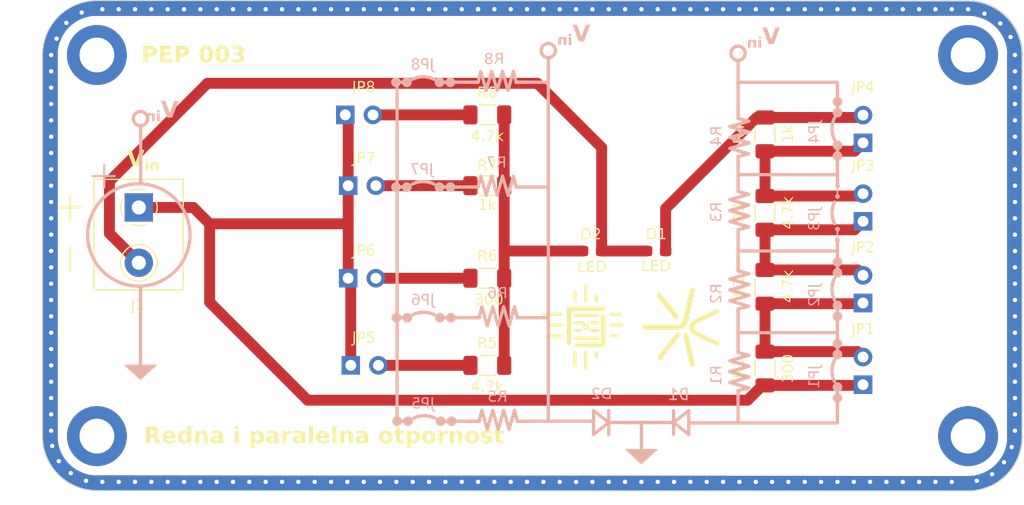
<source format=kicad_pcb>
(kicad_pcb (version 20241229) (generator "pcbnew") (generator_version "9.0")
  (layers (0 "F.Cu" signal) (2 "B.Cu" signal) (13 "F.Paste" user) (15 "B.Paste" user) (5 "F.SilkS" user "F.Silkscreen") (7 "B.SilkS" user "B.Silkscreen") (1 "F.Mask" user) (3 "B.Mask" user) (25 "Edge.Cuts" user))
  (net 0 "")
  (net 1 "0")
  (net 2 "9V")
  (footprint "PEP_library:R_smd" (layer "F.Cu") (at 144.85 78)
    (property "Reference" "R7" (at 0 -1.82 0) (layer "F.SilkS"))
    (property "Value" "1k" (at 0 1.82 0) (layer "F.SilkS"))
    (pad "1" smd roundrect (at -1.55 0) (size 1.3 1.75) (layers "F.Cu" "F.Mask" "F.Paste") (roundrect_rratio 0.192308))
    (pad "2" smd roundrect (at 1.55 0) (size 1.3 1.75) (layers "F.Cu" "F.Mask" "F.Paste") (roundrect_rratio 0.192308))
  )
  (footprint "PEP_library:R_smd" (layer "F.Cu") (at 144.85 94.5 180)
    (property "Reference" "R5" (at 0 2 0) (layer "F.SilkS"))
    (property "Value" "4.7k" (at 0 -2 0) (layer "F.SilkS"))
    (pad "1" smd roundrect (at -1.55 0 180) (size 1.3 1.75) (layers "F.Cu" "F.Mask" "F.Paste") (roundrect_rratio 0.192308))
    (pad "2" smd roundrect (at 1.55 0 180) (size 1.3 1.75) (layers "F.Cu" "F.Mask" "F.Paste") (roundrect_rratio 0.192308))
  )
  (footprint "Connector_PinHeader_2.54mm:PinHeader_1x02_P2.54mm_Vertical" (layer "F.Cu") (at 179.35 88.775 180)
    (property "Reference" "JP2" (at 0 5.0625 0) (layer "F.SilkS"))
    (property "Value" "Jumper" (hide yes))
    (pad "1" thru_hole rect (at 0 0 180) (size 1.7 1.7) (drill 1) (layers "*.Cu" "*.Mask"))
    (pad "2" thru_hole oval (at 0 2.54 180) (size 1.7 1.7) (drill 1) (layers "*.Cu" "*.Mask"))
  )
  (footprint "PEP_library:JP_silk_symbol" (layer "F.Cu") (at 139 90.125 -90)
    (property "Reference" "REF**" (hide yes))
    (property "Value" "JP_silk_symbol")
  )
  (footprint "PEP_library:R_silk_symbol" (layer "F.Cu") (at 167.875002 82.575)
    (property "Reference" "REF**" (hide yes))
    (property "Value" "R_silk_symbol")
  )
  (footprint "PEP_library:JP_silk_symbol" (layer "F.Cu") (at 139.0625 99.625 -90)
    (property "Reference" "REF**" (hide yes))
    (property "Value" "JP_silk_symbol")
  )
  (footprint "PEP_library:JP_silk_symbol" (layer "F.Cu") (at 177.000002 87.5)
    (property "Reference" "REF**" (hide yes))
    (property "Value" "JP_silk_symbol")
  )
  (footprint "Connector_PinHeader_2.54mm:PinHeader_1x02_P2.54mm_Vertical" (layer "F.Cu") (at 179.35 81.275 180)
    (property "Reference" "JP3" (at 0 5.0625 0) (layer "F.SilkS"))
    (property "Value" "Jumper" (hide yes))
    (pad "1" thru_hole rect (at 0 0 180) (size 1.7 1.7) (drill 1) (layers "*.Cu" "*.Mask"))
    (pad "2" thru_hole oval (at 0 2.54 180) (size 1.7 1.7) (drill 1) (layers "*.Cu" "*.Mask"))
  )
  (footprint "Connector_PinHeader_2.54mm:PinHeader_1x02_P2.54mm_Vertical" (layer "F.Cu") (at 132.075 78 90)
    (property "Reference" "JP7" (at 2.5 1.425 0) (layer "F.SilkS"))
    (property "Value" "Jumper")
    (pad "1" thru_hole rect (at 0 0 90) (size 1.7 1.7) (drill 1) (layers "*.Cu" "*.Mask") (net 2 "9V"))
    (pad "2" thru_hole oval (at 0 2.54 90) (size 1.7 1.7) (drill 1) (layers "*.Cu" "*.Mask"))
  )
  (footprint "PEP_library:R_silk_symbol" (layer "F.Cu") (at 140.85 90.125 90)
    (property "Reference" "REF**" (hide yes))
    (property "Value" "R_silk_symbol")
  )
  (footprint "PEP_library:JP_silk_symbol" (layer "F.Cu") (at 138.9625 78.125 -90)
    (property "Reference" "REF**" (hide yes))
    (property "Value" "JP_silk_symbol")
  )
  (footprint "Connector_PinHeader_2.54mm:PinHeader_1x02_P2.54mm_Vertical" (layer "F.Cu") (at 179.35 96.275 180)
    (property "Reference" "JP1" (at 0 5.0625 0) (layer "F.SilkS"))
    (property "Value" "Jumper" (hide yes))
    (pad "1" thru_hole rect (at 0 0 180) (size 1.7 1.7) (drill 1) (layers "*.Cu" "*.Mask") (net 2 "9V"))
    (pad "2" thru_hole oval (at 0 2.54 180) (size 1.7 1.7) (drill 1) (layers "*.Cu" "*.Mask"))
  )
  (footprint "PEP_library:R_smd" (layer "F.Cu") (at 144.85 86.5)
    (property "Reference" "R6" (at 0 -2 0) (layer "F.SilkS"))
    (property "Value" "300" (at 0.15 2 0) (layer "F.SilkS"))
    (pad "1" smd roundrect (at -1.55 0) (size 1.3 1.75) (layers "F.Cu" "F.Mask" "F.Paste") (roundrect_rratio 0.192308))
    (pad "2" smd roundrect (at 1.55 0) (size 1.3 1.75) (layers "F.Cu" "F.Mask" "F.Paste") (roundrect_rratio 0.192308))
  )
  (footprint "PEP_library:R_smd" (layer "F.Cu") (at 170.35 87.2875 90)
    (property "Reference" "R2" (at 0 -2.35 90) (layer "F.SilkS"))
    (property "Value" "4.7k" (at 0.0375 2.15 90) (layer "F.SilkS"))
    (pad "1" smd roundrect (at -1.55 0 90) (size 1.3 1.75) (layers "F.Cu" "F.Mask" "F.Paste") (roundrect_rratio 0.192308))
    (pad "2" smd roundrect (at 1.55 0 90) (size 1.3 1.75) (layers "F.Cu" "F.Mask" "F.Paste") (roundrect_rratio 0.192308))
  )
  (footprint "PEP_library:R_smd" (layer "F.Cu") (at 170.35 94.7875 90)
    (property "Reference" "R1" (at 0 -2.35 90) (layer "F.SilkS"))
    (property "Value" "300" (at 0 2.15 90) (layer "F.SilkS"))
    (pad "1" smd roundrect (at -1.55 0 90) (size 1.3 1.75) (layers "F.Cu" "F.Mask" "F.Paste") (roundrect_rratio 0.192308) (net 2 "9V"))
    (pad "2" smd roundrect (at 1.55 0 90) (size 1.3 1.75) (layers "F.Cu" "F.Mask" "F.Paste") (roundrect_rratio 0.192308))
  )
  (footprint "PEP_library:JP_silk_symbol" (layer "F.Cu") (at 177.000002 95)
    (property "Reference" "REF**" (hide yes))
    (property "Value" "JP_silk_symbol")
  )
  (footprint "PEP_library:R_silk_symbol" (layer "F.Cu") (at 140.85 99.625 90)
    (property "Reference" "REF**" (hide yes))
    (property "Value" "R_silk_symbol")
  )
  (footprint "PEP_library:R_silk_symbol" (layer "F.Cu") (at 140.75 68.5 90)
    (property "Reference" "REF**" (hide yes))
    (property "Value" "R_silk_symbol")
  )
  (footprint "Connector_PinHeader_2.54mm:PinHeader_1x02_P2.54mm_Vertical" (layer "F.Cu") (at 131.81 71.5 90)
    (property "Reference" "JP8" (at 2.5 1.69 0) (layer "F.SilkS"))
    (property "Value" "Jumper")
    (pad "1" thru_hole rect (at 0 0 90) (size 1.7 1.7) (drill 1) (layers "*.Cu" "*.Mask") (net 2 "9V"))
    (pad "2" thru_hole oval (at 0 2.54 90) (size 1.7 1.7) (drill 1) (layers "*.Cu" "*.Mask"))
  )
  (footprint "PEP_library:JP_silk_symbol" (layer "F.Cu") (at 177.000002 72.7875)
    (property "Reference" "REF**" (hide yes))
    (property "Value" "JP_silk_symbol")
  )
  (footprint "PEP_library:petnica_logo" (layer "F.Cu") (at 162.65 90.997401)
    (property "Reference" "G***" (hide yes))
    (property "Value" "LOGO" (hide yes))
  )
  (footprint "PEP_library:R_silk_symbol" (layer "F.Cu") (at 140.75 78.125 90)
    (property "Reference" "REF**" (hide yes))
    (property "Value" "R_silk_symbol")
  )
  (footprint "PEP_library:R_smd" (layer "F.Cu") (at 170.35 73.2875 90)
    (property "Reference" "R4" (at 0.0375 -2.35 90) (layer "F.SilkS"))
    (property "Value" "1k" (at 0.0375 2.15 90) (layer "F.SilkS"))
    (pad "1" smd roundrect (at -1.55 0 90) (size 1.3 1.75) (layers "F.Cu" "F.Mask" "F.Paste") (roundrect_rratio 0.192308))
    (pad "2" smd roundrect (at 1.55 0 90) (size 1.3 1.75) (layers "F.Cu" "F.Mask" "F.Paste") (roundrect_rratio 0.192308))
  )
  (footprint "Connector_PinHeader_2.54mm:PinHeader_1x02_P2.54mm_Vertical" (layer "F.Cu") (at 179.35 74.0625 180)
    (property "Reference" "JP4" (at 0 5.0625 0) (layer "F.SilkS"))
    (property "Value" "Jumper" (hide yes))
    (pad "1" thru_hole rect (at 0 0 180) (size 1.7 1.7) (drill 1) (layers "*.Cu" "*.Mask"))
    (pad "2" thru_hole oval (at 0 2.54 180) (size 1.7 1.7) (drill 1) (layers "*.Cu" "*.Mask"))
  )
  (footprint "PEP_library:R_silk_symbol" (layer "F.Cu") (at 167.875002 90.075)
    (property "Reference" "REF**" (hide yes))
    (property "Value" "R_silk_symbol")
  )
  (footprint "MountingHole:MountingHole_3.2mm_M3_ISO14580_Pad_TopBottom" (layer "F.Cu") (at 109 66)
    (property "Reference" "H2" (hide yes))
    (property "Value" "MountingHole")
    (pad "1" thru_hole circle (at 0 0) (size 3.6 3.6) (drill 3.2) (layers "*.Cu" "*.Mask"))
    (pad "1" connect circle (at 0 0) (size 5.5 5.5) (layers "F.Cu" "F.Mask"))
    (pad "1" connect circle (at 0 0) (size 5.5 5.5) (layers "B.Cu" "B.Mask"))
  )
  (footprint "PEP_library:TerminalBlock_Phoenix_MKDS-1,5-2-5.08_1x02_P5.08mm_Horizontal" (layer "F.Cu") (at 112.85 80 -90)
    (property "Reference" "J1" (at 9 0.1 0) (layer "F.SilkS"))
    (property "Value" "Screw_Terminal_01x02" (hide yes))
    (fp_text user "V_{in}\n" (at -3.5 1.1 0) (layer "F.SilkS") (effects (font (size 1.5 1.5) (thickness 0.3) (bold yes)) (justify left bottom)))
    (pad "1" thru_hole rect (at 0 0 270) (size 2.6 2.6) (drill 1.3) (layers "*.Cu" "*.Mask") (net 2 "9V"))
    (pad "2" thru_hole circle (at 5.08 0 270) (size 2.6 2.6) (drill 1.3) (layers "*.Cu" "*.Mask") (net 1 "0"))
  )
  (footprint "LED_SMD:LED_0603_1608Metric_Pad1.05x0.95mm_HandSolder" (layer "F.Cu") (at 154.475 84 180)
    (property "Reference" "D2" (at 0.125 1.5 0) (layer "F.SilkS"))
    (property "Value" "LED" (at 0 -1.5 0) (layer "F.SilkS"))
    (pad "1" smd roundrect (at -0.875 0 180) (size 1.05 0.95) (layers "F.Cu" "F.Mask" "F.Paste") (net 1 "0"))
    (pad "2" smd roundrect (at 0.875 0 180) (size 1.05 0.95) (layers "F.Cu" "F.Mask" "F.Paste"))
  )
  (footprint "Connector_PinHeader_2.54mm:PinHeader_1x02_P2.54mm_Vertical" (layer "F.Cu") (at 132.075 86.5 90)
    (property "Reference" "JP6" (at 2.5 1.425 0) (layer "F.SilkS"))
    (property "Value" "Jumper")
    (pad "1" thru_hole rect (at 0 0 90) (size 1.7 1.7) (drill 1) (layers "*.Cu" "*.Mask") (net 2 "9V"))
    (pad "2" thru_hole oval (at 0 2.54 90) (size 1.7 1.7) (drill 1) (layers "*.Cu" "*.Mask"))
  )
  (footprint "MountingHole:MountingHole_3.2mm_M3_ISO14580_Pad_TopBottom" (layer "F.Cu") (at 109 101 -90)
    (property "Reference" "H1" (hide yes))
    (property "Value" "MountingHole")
    (pad "1" thru_hole circle (at 0 0 270) (size 3.6 3.6) (drill 3.2) (layers "*.Cu" "*.Mask"))
    (pad "1" connect circle (at 0 0 270) (size 5.5 5.5) (layers "F.Cu" "F.Mask"))
    (pad "1" connect circle (at 0 0 270) (size 5.5 5.5) (layers "B.Cu" "B.Mask"))
  )
  (footprint "PEP_library:JP_silk_symbol" (layer "F.Cu") (at 177.000002 80.5)
    (property "Reference" "REF**" (hide yes))
    (property "Value" "JP_silk_symbol")
  )
  (footprint "PEP_library:R_smd" (layer "F.Cu") (at 144.85 71.5 180)
    (property "Reference" "R8" (at 0 2 0) (layer "F.SilkS"))
    (property "Value" "4.7k" (at 0 -2 0) (layer "F.SilkS"))
    (pad "1" smd roundrect (at -1.55 0 180) (size 1.3 1.75) (layers "F.Cu" "F.Mask" "F.Paste") (roundrect_rratio 0.192308))
    (pad "2" smd roundrect (at 1.55 0 180) (size 1.3 1.75) (layers "F.Cu" "F.Mask" "F.Paste") (roundrect_rratio 0.192308))
  )
  (footprint "MountingHole:MountingHole_3.2mm_M3_ISO14580_Pad_TopBottom" (layer "F.Cu") (at 189 66)
    (property "Reference" "H3" (hide yes))
    (property "Value" "MountingHole")
    (pad "1" thru_hole circle (at 0 0) (size 3.6 3.6) (drill 3.2) (layers "*.Cu" "*.Mask"))
    (pad "1" connect circle (at 0 0) (size 5.5 5.5) (layers "F.Cu" "F.Mask"))
    (pad "1" connect circle (at 0 0) (size 5.5 5.5) (layers "B.Cu" "B.Mask"))
  )
  (footprint "PEP_library:ele_petnica_logo" (layer "F.Cu") (at 153.9 90.975)
    (property "Reference" "REF**" (hide yes))
    (property "Value" "ele_petnica_logo" (hide yes))
  )
  (footprint "MountingHole:MountingHole_3.2mm_M3_ISO14580_Pad_TopBottom" (layer "F.Cu") (at 189 101)
    (property "Reference" "H4" (hide yes))
    (property "Value" "MountingHole")
    (pad "1" thru_hole circle (at 0 0) (size 3.6 3.6) (drill 3.2) (layers "*.Cu" "*.Mask"))
    (pad "1" connect circle (at 0 0) (size 5.5 5.5) (layers "F.Cu" "F.Mask"))
    (pad "1" connect circle (at 0 0) (size 5.5 5.5) (layers "B.Cu" "B.Mask"))
  )
  (footprint "Connector_PinHeader_2.54mm:PinHeader_1x02_P2.54mm_Vertical" (layer "F.Cu") (at 132.31 94.5 90)
    (property "Reference" "JP5" (at 2.5 1.19 0) (layer "F.SilkS"))
    (property "Value" "Jumper")
    (pad "1" thru_hole rect (at 0 0 90) (size 1.7 1.7) (drill 1) (layers "*.Cu" "*.Mask") (net 2 "9V"))
    (pad "2" thru_hole oval (at 0 2.54 90) (size 1.7 1.7) (drill 1) (layers "*.Cu" "*.Mask"))
  )
  (footprint "PEP_library:JP_silk_symbol" (layer "F.Cu") (at 138.9625 68.5 -90)
    (property "Reference" "REF**" (hide yes))
    (property "Value" "JP_silk_symbol")
  )
  (footprint "PEP_library:R_smd" (layer "F.Cu") (at 170.35 80.5 90)
    (property "Reference" "R3" (at 0 -2.35 90) (layer "F.SilkS"))
    (property "Value" "4.7k" (at 0 2.15 90) (layer "F.SilkS"))
    (pad "1" smd roundrect (at -1.55 0 90) (size 1.3 1.75) (layers "F.Cu" "F.Mask" "F.Paste") (roundrect_rratio 0.192308))
    (pad "2" smd roundrect (at 1.55 0 90) (size 1.3 1.75) (layers "F.Cu" "F.Mask" "F.Paste") (roundrect_rratio 0.192308))
  )
  (footprint "PEP_library:R_silk_symbol" (layer "F.Cu") (at 167.875002 75.2875)
    (property "Reference" "REF**" (hide yes))
    (property "Value" "R_silk_symbol")
  )
  (footprint "PEP_library:R_silk_symbol" (layer "F.Cu") (at 167.875002 68.575)
    (property "Reference" "REF**" (hide yes))
    (property "Value" "R_silk_symbol")
  )
  (footprint "LED_SMD:LED_0603_1608Metric_Pad1.05x0.95mm_HandSolder" (layer "F.Cu") (at 160.35 84)
    (property "Reference" "D1" (at 0 -1.5 0) (layer "F.SilkS"))
    (property "Value" "LED" (at 0 1.43 0) (layer "F.SilkS"))
    (pad "1" smd roundrect (at -0.875 0) (size 1.05 0.95) (layers "F.Cu" "F.Mask" "F.Paste") (net 1 "0"))
    (pad "2" smd roundrect (at 0.875 0) (size 1.05 0.95) (layers "F.Cu" "F.Mask" "F.Paste"))
  )
  (gr_line (start 189.000046 61.694) (end 108.777716 61.708011) (stroke (width 1.4)) (layer "F.Cu") (net 1))
  (gr_arc (start 193.3 101.04959) (mid 192.036477 104.099991) (end 188.98607 105.363521) (stroke (width 1.4)) (layer "F.Cu") (net 1))
  (gr_line (start 104.7 66) (end 104.7 101) (stroke (width 1.4)) (layer "F.Cu") (net 1))
  (gr_arc (start 104.695296 65.977715) (mid 105.949583 62.949583) (end 108.977716 61.695296) (stroke (width 1.4)) (layer "F.Cu") (net 1))
  (gr_line (start 109 105.3) (end 188.98607 105.363521) (stroke (width 1.4)) (layer "F.Cu") (net 1))
  (gr_arc (start 109 105.31393) (mid 105.949588 104.05041) (end 104.68607 100.999999) (stroke (width 1.4)) (layer "F.Cu") (net 1))
  (gr_arc (start 189.000046 61.694) (mid 192.04487 62.955184) (end 193.306046 65.999999) (stroke (width 1.4)) (layer "F.Cu") (net 1))
  (gr_line (start 193.286072 101.049591) (end 193.28607 66.049591) (stroke (width 1.4)) (layer "F.Cu") (net 1))
  (gr_line (start 189.000046 61.694) (end 108.777716 61.708011) (stroke (width 1.4)) (layer "B.Cu") (net 1))
  (gr_arc (start 104.695296 65.977715) (mid 105.949583 62.949583) (end 108.977716 61.695296) (stroke (width 1.4)) (layer "B.Cu") (net 1))
  (gr_arc (start 193.3 101.04959) (mid 192.036477 104.099991) (end 188.98607 105.363521) (stroke (width 1.4)) (layer "B.Cu") (net 1))
  (gr_arc (start 189.000046 61.694) (mid 192.04487 62.955184) (end 193.306046 65.999999) (stroke (width 1.4)) (layer "B.Cu") (net 1))
  (gr_line (start 109 105.3) (end 188.98607 105.363521) (stroke (width 1.4)) (layer "B.Cu") (net 1))
  (gr_line (start 104.7 66) (end 104.7 101) (stroke (width 1.4)) (layer "B.Cu") (net 1))
  (gr_arc (start 109 105.31393) (mid 105.949588 104.05041) (end 104.68607 100.999999) (stroke (width 1.4)) (layer "B.Cu") (net 1))
  (gr_line (start 193.286072 101.049591) (end 193.28607 66.049591) (stroke (width 1.4)) (layer "B.Cu") (net 1))
  (gr_line (start 177.004225 70.2875) (end 177.000002 68.7) (stroke (width 0.3)) (layer "B.SilkS"))
  (gr_poly (pts (xy 111.625 94.5) (xy 114.375 94.5) (xy 113 95.75)) (stroke (width 0.15)) (fill yes) (layer "B.SilkS"))
  (gr_line (start 167.875002 68.5) (end 167.875002 68.725) (stroke (width 0.3)) (layer "B.SilkS"))
  (gr_line (start 167.875002 76.9875) (end 177.000002 77) (stroke (width 0.3)) (layer "B.SilkS"))
  (gr_line (start 161.95 99.74638) (end 159.273982 99.75) (stroke (width 0.3)) (layer "B.SilkS"))
  (gr_line (start 113 87.3) (end 113 94.5) (stroke (width 0.3)) (layer "B.SilkS"))
  (gr_line (start 177.000002 68.7875) (end 177.000002 68.7875) (stroke (width 0.15)) (layer "B.SilkS"))
  (gr_line (start 113.025 72.525) (end 113.025 77.824148) (stroke (width 0.3)) (layer "B.SilkS"))
  (gr_line (start 163.35 100.84638) (end 163.35 98.64638) (stroke (width 0.3)) (layer "B.SilkS"))
  (gr_line (start 177.000002 68.7) (end 176.99947 68.500012) (stroke (width 0.15)) (layer "B.SilkS"))
  (gr_circle (center 113 71.8439) (end 112.375002 72.043511) (stroke (width 0.3)) (fill no) (layer "B.SilkS"))
  (gr_line (start 154.6 98.64638) (end 156 99.74638) (stroke (width 0.3)) (layer "B.SilkS"))
  (gr_circle (center 167.875002 65.8439) (end 167.250004 66.043511) (stroke (width 0.3)) (fill no) (layer "B.SilkS"))
  (gr_line (start 156 99.74638) (end 154.6 100.84638) (stroke (width 0.3)) (layer "B.SilkS"))
  (gr_line (start 168.000002 99.7875) (end 177.000002 99.7875) (stroke (width 0.3)) (layer "B.SilkS"))
  (gr_line (start 176.999998 74.7875) (end 176.999998 78) (stroke (width 0.3)) (layer "B.SilkS"))
  (gr_line (start 154.6 100.84638) (end 154.6 98.64638) (stroke (width 0.3)) (layer "B.SilkS"))
  (gr_line (start 167.875002 68.5) (end 168.150002 68.5) (stroke (width 0.3)) (layer "B.SilkS"))
  (gr_line (start 168.000002 91.5) (end 177.000002 91.5) (stroke (width 0.3)) (layer "B.SilkS"))
  (gr_circle (center 150.45 65.5939) (end 149.825002 65.793511) (stroke (width 0.3)) (fill no) (layer "B.SilkS"))
  (gr_line (start 176.999998 97.5) (end 177.000002 99.2875) (stroke (width 0.3)) (layer "B.SilkS"))
  (gr_line (start 176.150002 68.5) (end 168.150002 68.5) (stroke (width 0.3)) (layer "B.SilkS"))
  (gr_line (start 176.150002 68.5) (end 176.99947 68.500012) (stroke (width 0.3)) (layer "B.SilkS"))
  (gr_line (start 167.875002 66.5) (end 167.875002 68.75) (stroke (width 0.3)) (layer "B.SilkS"))
  (gr_line (start 157.15 99.75) (end 160.8 99.75) (stroke (width 0.3)) (layer "B.SilkS"))
  (gr_poly (pts (xy 157.625 102.25) (xy 160.375 102.25) (xy 159 103.5)) (stroke (width 0.15)) (fill yes) (layer "B.SilkS"))
  (gr_line (start 176.999998 83.145773) (end 177.004225 85.854227) (stroke (width 0.3)) (layer "B.SilkS"))
  (gr_line (start 167.875002 99.675) (end 168.000002 99.7875) (stroke (width 0.15)) (layer "B.SilkS"))
  (gr_line (start 156 100.84638) (end 156 98.64638) (stroke (width 0.3)) (layer "B.SilkS"))
  (gr_line (start 150.675 99.625) (end 154.6 99.625) (stroke (width 0.3)) (layer "B.SilkS"))
  (gr_line (start 161.95 99.74638) (end 163.35 100.84638) (stroke (width 0.3)) (layer "B.SilkS"))
  (gr_line (start 163.35 98.64638) (end 161.95 99.74638) (stroke (width 0.3)) (layer "B.SilkS"))
  (gr_line (start 164.5 99.7875) (end 167.875 99.7875) (stroke (width 0.3)) (layer "B.SilkS"))
  (gr_line (start 150.45 66.25) (end 150.45 68.5) (stroke (width 0.3)) (layer "B.SilkS"))
  (gr_line (start 177.000002 99.2875) (end 177.000002 99.7875) (stroke (width 0.3)) (layer "B.SilkS"))
  (gr_line (start 150.45 68.5) (end 150.45 99.625) (stroke (width 0.3)) (layer "B.SilkS"))
  (gr_line (start 168.000002 84) (end 177.000002 84) (stroke (width 0.3)) (layer "B.SilkS"))
  (gr_line (start 176.999998 90) (end 177.004225 92.5) (stroke (width 0.3)) (layer "B.SilkS"))
  (gr_line (start 156 99.74638) (end 158.676018 99.75) (stroke (width 0.3)) (layer "B.SilkS"))
  (gr_line (start 161.95 100.84638) (end 161.95 98.64638) (stroke (width 0.3)) (layer "B.SilkS"))
  (gr_line (start 167.875002 68.725) (end 167.875002 68.725) (stroke (width 0.15)) (layer "B.SilkS"))
  (gr_line (start 136.5625 68.77077) (end 136.5625 99.479222) (stroke (width 0.3)) (layer "B.SilkS"))
  (gr_line (start 159 99.75) (end 159 102.25) (stroke (width 0.3)) (layer "B.SilkS"))
  (gr_line (start 167.8375 99.7875) (end 163.35 99.7875) (stroke (width 0.3)) (layer "B.SilkS"))
  (gr_line (start 193.964466 101.035534) (end 193.964464 66.035534) (stroke (width 0.1)) (layer "Edge.Cuts"))
  (gr_arc (start 104 66) (mid 105.464467 62.464467) (end 109 61) (stroke (width 0.1)) (layer "Edge.Cuts"))
  (gr_arc (start 188.964466 61.035534) (mid 192.5 62.5) (end 193.964464 66.035534) (stroke (width 0.1)) (layer "Edge.Cuts"))
  (gr_line (start 104 66) (end 104 101) (stroke (width 0.1)) (layer "Edge.Cuts"))
  (gr_arc (start 193.964466 101.035534) (mid 192.5 104.571068) (end 188.964466 106.035534) (stroke (width 0.1)) (layer "Edge.Cuts"))
  (gr_line (start 109 106) (end 188.964466 106.035534) (stroke (width 0.1)) (layer "Edge.Cuts"))
  (gr_arc (start 109 106) (mid 105.464467 104.535533) (end 104 101) (stroke (width 0.1)) (layer "Edge.Cuts"))
  (gr_line (start 188.964466 61.035534) (end 109 61) (stroke (width 0.1)) (layer "Edge.Cuts"))
  (gr_text "PEP 003" (at 113.075 66.943989 0) (layer "F.SilkS") (effects (font (size 1.5 1.5) (thickness 0.3) (bold yes)) (justify left bottom)))
  (gr_text "Redna i paralelna otpornost" (at 113.3 101.925 0) (layer "F.SilkS") (effects (font (size 1.5 1.5) (thickness 0.3) (bold yes)) (justify left bottom)))
  (gr_text "JP5" (at 140 98.625 0) (layer "B.SilkS") (effects (font (size 1 1)) (justify left bottom mirror)))
  (gr_text "R2" (at 166.5 87 90) (layer "B.SilkS") (effects (font (size 1 1)) (justify left bottom mirror)))
  (gr_text "R1" (at 166.5 94.5 90) (layer "B.SilkS") (effects (font (size 1 1)) (justify left bottom mirror)))
  (gr_text "D1" (at 163.5 97.75 0) (layer "B.SilkS") (effects (font (size 1 1)) (justify left bottom mirror)))
  (gr_text "JP1" (at 175.5 94.5 90) (layer "B.SilkS") (effects (font (size 1 1)) (justify left bottom mirror)))
  (gr_text "JP6" (at 140 89.125 0) (layer "B.SilkS") (effects (font (size 1 1)) (justify left bottom mirror)))
  (gr_text "R6" (at 146.7125 88.5 0) (layer "B.SilkS") (effects (font (size 1 1)) (justify left bottom mirror)))
  (gr_text "R3" (at 166.5 79.5 90) (layer "B.SilkS") (effects (font (size 1 1)) (justify left bottom mirror)))
  (gr_text "R7" (at 146.6125 76.5 0) (layer "B.SilkS") (effects (font (size 1 1)) (justify left bottom mirror)))
  (gr_text "JP8" (at 139.9625 67.5 0) (layer "B.SilkS") (effects (font (size 1 1)) (justify left bottom mirror)))
  (gr_text "JP2" (at 175.5 87 90) (layer "B.SilkS") (effects (font (size 1 1)) (justify left bottom mirror)))
  (gr_text "JP4" (at 175.5 72 90) (layer "B.SilkS") (effects (font (size 1 1)) (justify left bottom mirror)))
  (gr_text "R4" (at 166.5 72.5 90) (layer "B.SilkS") (effects (font (size 1 1)) (justify left bottom mirror)))
  (gr_text "D2" (at 156.326018 97.75 0) (layer "B.SilkS") (effects (font (size 1 1)) (justify left bottom mirror)))
  (gr_text "V_{in}\n" (at 154.299998 65 0) (layer "B.SilkS") (effects (font (size 1.5 1.5) (thickness 0.3) (bold yes)) (justify left bottom mirror)))
  (gr_text "JP7" (at 139.9 77.125 0) (layer "B.SilkS") (effects (font (size 1 1)) (justify left bottom mirror)))
  (gr_text "R8" (at 146.4 67 0) (layer "B.SilkS") (effects (font (size 1 1)) (justify left bottom mirror)))
  (gr_text "JP3" (at 175.5 80 90) (layer "B.SilkS") (effects (font (size 1 1)) (justify left bottom mirror)))
  (gr_text "V_{in}\n" (at 116.5 72 0) (layer "B.SilkS") (effects (font (size 1.5 1.5) (thickness 0.3) (bold yes)) (justify left bottom mirror)))
  (gr_text "R5" (at 146.7125 98 0) (layer "B.SilkS") (effects (font (size 1 1)) (justify left bottom mirror)))
  (gr_text "V_{in}\n" (at 171.725 65.25 0) (layer "B.SilkS") (effects (font (size 1.5 1.5) (thickness 0.3) (bold yes)) (justify left bottom mirror)))
  (segment (start 170.35 85.7375) (end 170.35 82.05) (width 1) (layer "F.Cu") (net 0))
  (segment (start 170.35 74.8375) (end 178.575 74.8375) (width 1) (layer "F.Cu") (net 0))
  (segment (start 134.35 71.5) (end 143.3 71.5) (width 1) (layer "F.Cu") (net 0))
  (segment (start 178.575 74.8375) (end 179.35 74.0625) (width 1) (layer "F.Cu") (net 0))
  (segment (start 179.2875 88.8375) (end 179.35 88.775) (width 1) (layer "F.Cu") (net 0))
  (segment (start 179.135 71.7375) (end 179.35 71.5225) (width 1) (layer "F.Cu") (net 0))
  (segment (start 146.4 78) (end 146.4 84) (width 1) (layer "F.Cu") (net 0))
  (segment (start 170.35 71.7375) (end 174.85 71.7375) (width 1) (layer "F.Cu") (net 0))
  (segment (start 178.8525 93.2375) (end 179.35 93.735) (width 1) (layer "F.Cu") (net 0))
  (segment (start 170.35 78.95) (end 170.35 74.8375) (width 1) (layer "F.Cu") (net 0))
  (segment (start 170.35 78.95) (end 179.135 78.95) (width 1) (layer "F.Cu") (net 0))
  (segment (start 134.85 94.5) (end 143.3 94.5) (width 1) (layer "F.Cu") (net 0))
  (segment (start 146.4 71.5) (end 146.4 78) (width 1) (layer "F.Cu") (net 0))
  (segment (start 169.5875 71.7375) (end 161.225 80.1) (width 1) (layer "F.Cu") (net 0))
  (segment (start 178.575 82.05) (end 179.35 81.275) (width 1) (layer "F.Cu") (net 0))
  (segment (start 170.35 93.2375) (end 170.35 88.8375) (width 1) (layer "F.Cu") (net 0))
  (segment (start 174.85 71.7375) (end 169.5875 71.7375) (width 1) (layer "F.Cu") (net 0))
  (segment (start 179.135 78.95) (end 179.35 78.735) (width 1) (layer "F.Cu") (net 0))
  (segment (start 161.225 80.1) (end 161.225 84) (width 1) (layer "F.Cu") (net 0))
  (segment (start 170.35 93.2375) (end 178.8525 93.2375) (width 1) (layer "F.Cu") (net 0))
  (segment (start 146.4 84) (end 153.6 84) (width 1) (layer "F.Cu") (net 0))
  (segment (start 134.615 78) (end 143.3 78) (width 1) (layer "F.Cu") (net 0))
  (segment (start 170.35 85.7375) (end 178.8525 85.7375) (width 1) (layer "F.Cu") (net 0))
  (segment (start 170.35 88.8375) (end 179.2875 88.8375) (width 1) (layer "F.Cu") (net 0))
  (segment (start 134.615 86.5) (end 143.3 86.5) (width 1) (layer "F.Cu") (net 0))
  (segment (start 174.85 71.7375) (end 179.135 71.7375) (width 1) (layer "F.Cu") (net 0))
  (segment (start 146.4 84) (end 146.4 86.5) (width 1) (layer "F.Cu") (net 0))
  (segment (start 178.8525 85.7375) (end 179.35 86.235) (width 1) (layer "F.Cu") (net 0))
  (segment (start 170.35 82.05) (end 178.575 82.05) (width 1) (layer "F.Cu") (net 0))
  (segment (start 146.4 86.5) (end 146.4 94.5) (width 1) (layer "F.Cu") (net 0))
  (segment (start 110.15 77.6) (end 110.15 82.38) (width 1) (layer "F.Cu") (net 1))
  (segment (start 155.35 83.8) (end 155.55 84) (width 1) (layer "F.Cu") (net 1))
  (segment (start 155.55 84) (end 159.475 84) (width 1) (layer "F.Cu") (net 1))
  (segment (start 155.35 74.5) (end 155.35 83.8) (width 1) (layer "F.Cu") (net 1))
  (segment (start 112.85 85.08) (end 110.385 82.615) (width 1) (layer "F.Cu") (net 1))
  (segment (start 149.45 68.6) (end 155.35 74.5) (width 1) (layer "F.Cu") (net 1))
  (segment (start 155.35 84) (end 155.55 84) (width 1) (layer "F.Cu") (net 1))
  (segment (start 119.15 68.6) (end 149.45 68.6) (width 1) (layer "F.Cu") (net 1))
  (segment (start 110.15 77.6) (end 119.15 68.6) (width 1) (layer "F.Cu") (net 1))
  (segment (start 110.385 82.615) (end 110.15 82.38) (width 1) (layer "F.Cu") (net 1))
  (via (at 159 105.2) (size 0.8) (drill 0.4) (layers "F.Cu" "B.Cu") (net 1))
  (via (at 126 105.2) (size 0.8) (drill 0.4) (layers "F.Cu" "B.Cu") (net 1))
  (via (at 168 105.2) (size 0.8) (drill 0.4) (layers "F.Cu" "B.Cu") (net 1))
  (via (at 189 61.8) (size 0.8) (drill 0.4) (layers "F.Cu" "B.Cu") (net 1))
  (via (at 148.5 61.8) (size 0.8) (drill 0.4) (layers "F.Cu" "B.Cu") (net 1))
  (via (at 162 61.8) (size 0.8) (drill 0.4) (layers "F.Cu" "B.Cu") (net 1))
  (via (at 151.5 105.2) (size 0.8) (drill 0.4) (layers "F.Cu" "B.Cu") (net 1))
  (via (at 104.8 72) (size 0.8) (drill 0.4) (layers "F.Cu" "B.Cu") (net 1))
  (via (at 104.8 76.5) (size 0.8) (drill 0.4) (layers "F.Cu" "B.Cu") (net 1))
  (via (at 104.8 96) (size 0.8) (drill 0.4) (layers "F.Cu" "B.Cu") (net 1))
  (via (at 120 61.8) (size 0.8) (drill 0.4) (layers "F.Cu" "B.Cu") (net 1))
  (via (at 127.5 61.8) (size 0.8) (drill 0.4) (layers "F.Cu" "B.Cu") (net 1))
  (via (at 104.8 84) (size 0.8) (drill 0.4) (layers "F.Cu" "B.Cu") (net 1))
  (via (at 109.5 105.2) (size 0.8) (drill 0.4) (layers "F.Cu" "B.Cu") (net 1))
  (via (at 193.3 82.5) (size 0.8) (drill 0.4) (layers "F.Cu" "B.Cu") (net 1))
  (via (at 107.6 62.1) (size 0.8) (drill 0.4) (layers "F.Cu" "B.Cu") (net 1))
  (via (at 160.5 105.2) (size 0.8) (drill 0.4) (layers "F.Cu" "B.Cu") (net 1))
  (via (at 193.3 67.5) (size 0.8) (drill 0.4) (layers "F.Cu" "B.Cu") (net 1))
  (via (at 120 105.2) (size 0.8) (drill 0.4) (layers "F.Cu" "B.Cu") (net 1))
  (via (at 104.8 97.5) (size 0.8) (drill 0.4) (layers "F.Cu" "B.Cu") (net 1))
  (via (at 153 61.8) (size 0.8) (drill 0.4) (layers "F.Cu" "B.Cu") (net 1))
  (via (at 144 61.8) (size 0.8) (drill 0.4) (layers "F.Cu" "B.Cu") (net 1))
  (via (at 180 105.2) (size 0.8) (drill 0.4) (layers "F.Cu" "B.Cu") (net 1))
  (via (at 105.5 103.3) (size 0.8) (drill 0.4) (layers "F.Cu" "B.Cu") (net 1))
  (via (at 178.5 105.2) (size 0.8) (drill 0.4) (layers "F.Cu" "B.Cu") (net 1))
  (via (at 111 61.8) (size 0.8) (drill 0.4) (layers "F.Cu" "B.Cu") (net 1))
  (via (at 162 105.2) (size 0.8) (drill 0.4) (layers "F.Cu" "B.Cu") (net 1))
  (via (at 124.5 61.8) (size 0.8) (drill 0.4) (layers "F.Cu" "B.Cu") (net 1))
  (via (at 192.9 64.35) (size 0.8) (drill 0.4) (layers "F.Cu" "B.Cu") (net 1))
  (via (at 193.3 84) (size 0.8) (drill 0.4) (layers "F.Cu" "B.Cu") (net 1))
  (via (at 115.5 61.8) (size 0.8) (drill 0.4) (layers "F.Cu" "B.Cu") (net 1))
  (via (at 193.3 91.5) (size 0.8) (drill 0.4) (layers "F.Cu" "B.Cu") (net 1))
  (via (at 109.5 61.8) (size 0.8) (drill 0.4) (layers "F.Cu" "B.Cu") (net 1))
  (via (at 129 61.8) (size 0.8) (drill 0.4) (layers "F.Cu" "B.Cu") (net 1))
  (via (at 114 105.2) (size 0.8) (drill 0.4) (layers "F.Cu" "B.Cu") (net 1))
  (via (at 163.5 105.2) (size 0.8) (drill 0.4) (layers "F.Cu" "B.Cu") (net 1))
  (via (at 112.5 61.8) (size 0.8) (drill 0.4) (layers "F.Cu" "B.Cu") (net 1))
  (via (at 159 61.8) (size 0.8) (drill 0.4) (layers "F.Cu" "B.Cu") (net 1))
  (via (at 145.5 61.8) (size 0.8) (drill 0.4) (layers "F.Cu" "B.Cu") (net 1))
  (via (at 129 105.2) (size 0.8) (drill 0.4) (layers "F.Cu" "B.Cu") (net 1))
  (via (at 169.5 105.2) (size 0.8) (drill 0.4) (layers "F.Cu" "B.Cu") (net 1))
  (via (at 151.5 61.8) (size 0.8) (drill 0.4) (layers "F.Cu" "B.Cu") (net 1))
  (via (at 165 105.2) (size 0.8) (drill 0.4) (layers "F.Cu" "B.Cu") (net 1))
  (via (at 157.5 105.2) (size 0.8) (drill 0.4) (layers "F.Cu" "B.Cu") (net 1))
  (via (at 104.8 90) (size 0.8) (drill 0.4) (layers "F.Cu" "B.Cu") (net 1))
  (via (at 191.95 63.1) (size 0.8) (drill 0.4) (layers "F.Cu" "B.Cu") (net 1))
  (via (at 141 61.8) (size 0.8) (drill 0.4) (layers "F.Cu" "B.Cu") (net 1))
  (via (at 132 61.8) (size 0.8) (drill 0.4) (layers "F.Cu" "B.Cu") (net 1))
  (via (at 106.6 104.4) (size 0.8) (drill 0.4) (layers "F.Cu" "B.Cu") (net 1))
  (via (at 186 61.8) (size 0.8) (drill 0.4) (layers "F.Cu" "B.Cu") (net 1))
  (via (at 104.8 82.5) (size 0.8) (drill 0.4) (layers "F.Cu" "B.Cu") (net 1))
  (via (at 104.8 66) (size 0.8) (drill 0.4) (layers "F.Cu" "B.Cu") (net 1))
  (via (at 157.5 61.8) (size 0.8) (drill 0.4) (layers "F.Cu" "B.Cu") (net 1))
  (via (at 118.5 105.2) (size 0.8) (drill 0.4) (layers "F.Cu" "B.Cu") (net 1))
  (via (at 104.8 75) (size 0.8) (drill 0.4) (layers "F.Cu" "B.Cu") (net 1))
  (via (at 145.5 105.2) (size 0.8) (drill 0.4) (layers "F.Cu" "B.Cu") (net 1))
  (via (at 166.5 105.2) (size 0.8) (drill 0.4) (layers "F.Cu" "B.Cu") (net 1))
  (via (at 104.8 99) (size 0.8) (drill 0.4) (layers "F.Cu" "B.Cu") (net 1))
  (via (at 165 61.8) (size 0.8) (drill 0.4) (layers "F.Cu" "B.Cu") (net 1))
  (via (at 193.3 99) (size 0.8) (drill 0.4) (layers "F.Cu" "B.Cu") (net 1))
  (via (at 150 105.2) (size 0.8) (drill 0.4) (layers "F.Cu" "B.Cu") (net 1))
  (via (at 104.8 79.5) (size 0.8) (drill 0.4) (layers "F.Cu" "B.Cu") (net 1))
  (via (at 181.5 61.8) (size 0.8) (drill 0.4) (layers "F.Cu" "B.Cu") (net 1))
  (via (at 171 105.2) (size 0.8) (drill 0.4) (layers "F.Cu" "B.Cu") (net 1))
  (via (at 148.5 105.2) (size 0.8) (drill 0.4) (layers "F.Cu" "B.Cu") (net 1))
  (via (at 172.5 105.2) (size 0.8) (drill 0.4) (layers "F.Cu" "B.Cu") (net 1))
  (via (at 130.5 61.8) (size 0.8) (drill 0.4) (layers "F.Cu" "B.Cu") (net 1))
  (via (at 193.3 70.5) (size 0.8) (drill 0.4) (layers "F.Cu" "B.Cu") (net 1))
  (via (at 141 105.2) (size 0.8) (drill 0.4) (layers "F.Cu" "B.Cu") (net 1))
  (via (at 142.5 61.8) (size 0.8) (drill 0.4) (layers "F.Cu" "B.Cu") (net 1))
  (via (at 184.5 61.8) (size 0.8) (drill 0.4) (layers "F.Cu" "B.Cu") (net 1))
  (via (at 104.8 67.5) (size 0.8) (drill 0.4) (layers "F.Cu" "B.Cu") (net 1))
  (via (at 168 61.8) (size 0.8) (drill 0.4) (layers "F.Cu" "B.Cu") (net 1))
  (via (at 193.3 93) (size 0.8) (drill 0.4) (layers "F.Cu" "B.Cu") (net 1))
  (via (at 193.3 100.5) (size 0.8) (drill 0.4) (layers "F.Cu" "B.Cu") (net 1))
  (via (at 150 61.8) (size 0.8) (drill 0.4) (layers "F.Cu" "B.Cu") (net 1))
  (via (at 174 61.8) (size 0.8) (drill 0.4) (layers "F.Cu" "B.Cu") (net 1))
  (via (at 104.8 70.5) (size 0.8) (drill 0.4) (layers "F.Cu" "B.Cu") (net 1))
  (via (at 118.5 61.8) (size 0.8) (drill 0.4) (layers "F.Cu" "B.Cu") (net 1))
  (via (at 193.3 69) (size 0.8) (drill 0.4) (layers "F.Cu" "B.Cu") (net 1))
  (via (at 144 61.8) (size 0.8) (drill 0.4) (layers "F.Cu" "B.Cu") (net 1))
  (via (at 104.8 69) (size 0.8) (drill 0.4) (layers "F.Cu" "B.Cu") (net 1))
  (via (at 169.5 61.8) (size 0.8) (drill 0.4) (layers "F.Cu" "B.Cu") (net 1))
  (via (at 187.5 61.8) (size 0.8) (drill 0.4) (layers "F.Cu" "B.Cu") (net 1))
  (via (at 175.5 105.2) (size 0.8) (drill 0.4) (layers "F.Cu" "B.Cu") (net 1))
  (via (at 183 61.8) (size 0.8) (drill 0.4) (layers "F.Cu" "B.Cu") (net 1))
  (via (at 171 61.8) (size 0.8) (drill 0.4) (layers "F.Cu" "B.Cu") (net 1))
  (via (at 193.3 73.5) (size 0.8) (drill 0.4) (layers "F.Cu" "B.Cu") (net 1))
  (via (at 187.5 105.2) (size 0.8) (drill 0.4) (layers "F.Cu" "B.Cu") (net 1))
  (via (at 106.2 63.05) (size 0.8) (drill 0.4) (layers "F.Cu" "B.Cu") (net 1))
  (via (at 191.2 104.5) (size 0.8) (drill 0.4) (layers "F.Cu" "B.Cu") (net 1))
  (via (at 121.5 105.2) (size 0.8) (drill 0.4) (layers "F.Cu" "B.Cu") (net 1))
  (via (at 154.5 61.8) (size 0.8) (drill 0.4) (layers "F.Cu" "B.Cu") (net 1))
  (via (at 121.5 61.8) (size 0.8) (drill 0.4) (layers "F.Cu" "B.Cu") (net 1))
  (via (at 104.8 81) (size 0.8) (drill 0.4) (layers "F.Cu" "B.Cu") (net 1))
  (via (at 193.3 96) (size 0.8) (drill 0.4) (layers "F.Cu" "B.Cu") (net 1))
  (via (at 177 105.2) (size 0.8) (drill 0.4) (layers "F.Cu" "B.Cu") (net 1))
  (via (at 139.5 61.8) (size 0.8) (drill 0.4) (layers "F.Cu" "B.Cu") (net 1))
  (via (at 154.5 105.2) (size 0.8) (drill 0.4) (layers "F.Cu" "B.Cu") (net 1))
  (via (at 127.5 105.2) (size 0.8) (drill 0.4) (layers "F.Cu" "B.Cu") (net 1))
  (via (at 193.3 75) (size 0.8) (drill 0.4) (layers "F.Cu" "B.Cu") (net 1))
  (via (at 133.5 105.2) (size 0.8) (drill 0.4) (layers "F.Cu" "B.Cu") (net 1))
  (via (at 124.5 105.2) (size 0.8) (drill 0.4) (layers "F.Cu" "B.Cu") (net 1))
  (via (at 193.3 81) (size 0.8) (drill 0.4) (layers "F.Cu" "B.Cu") (net 1))
  (via (at 133.5 61.8) (size 0.8) (drill 0.4) (layers "F.Cu" "B.Cu") (net 1))
  (via (at 147 105.2) (size 0.8) (drill 0.4) (layers "F.Cu" "B.Cu") (net 1))
  (via (at 160.5 61.8) (size 0.8) (drill 0.4) (layers "F.Cu" "B.Cu") (net 1))
  (via (at 172.5 61.8) (size 0.8) (drill 0.4) (layers "F.Cu" "B.Cu") (net 1))
  (via (at 193.3 79.5) (size 0.8) (drill 0.4) (layers "F.Cu" "B.Cu") (net 1))
  (via (at 166.5 61.8) (size 0.8) (drill 0.4) (layers "F.Cu" "B.Cu") (net 1))
  (via (at 147 61.8) (size 0.8) (drill 0.4) (layers "F.Cu" "B.Cu") (net 1))
  (via (at 193.3 87) (size 0.8) (drill 0.4) (layers "F.Cu" "B.Cu") (net 1))
  (via (at 193.3 94.5) (size 0.8) (drill 0.4) (layers "F.Cu" "B.Cu") (net 1))
  (via (at 104.8 85.5) (size 0.8) (drill 0.4) (layers "F.Cu" "B.Cu") (net 1))
  (via (at 192.3 103.4) (size 0.8) (drill 0.4) (layers "F.Cu" "B.Cu") (net 1))
  (via (at 193.3 66) (size 0.8) (drill 0.4) (layers "F.Cu" "B.Cu") (net 1))
  (via (at 163.5 61.8) (size 0.8) (drill 0.4) (layers "F.Cu" "B.Cu") (net 1))
  (via (at 184.5 105.2) (size 0.8) (drill 0.4) (layers "F.Cu" "B.Cu") (net 1))
  (via (at 123 61.8) (size 0.8) (drill 0.4) (layers "F.Cu" "B.Cu") (net 1))
  (via (at 156 61.8) (size 0.8) (drill 0.4) (layers "F.Cu" "B.Cu") (net 1))
  (via (at 139.5 105.2) (size 0.8) (drill 0.4) (layers "F.Cu" "B.Cu") (net 1))
  (via (at 114 61.8) (size 0.8) (drill 0.4) (layers "F.Cu" "B.Cu") (net 1))
  (via (at 115.5 105.2) (size 0.8) (drill 0.4) (layers "F.Cu" "B.Cu") (net 1))
  (via (at 138 61.8) (size 0.8) (drill 0.4) (layers "F.Cu" "B.Cu") (net 1))
  (via (at 117 61.8) (size 0.8) (drill 0.4) (layers "F.Cu" "B.Cu") (net 1))
  (via (at 193.3 72) (size 0.8) (drill 0.4) (layers "F.Cu" "B.Cu") (net 1))
  (via (at 126 61.8) (size 0.8) (drill 0.4) (layers "F.Cu" "B.Cu") (net 1))
  (via (at 123 105.2) (size 0.8) (drill 0.4) (layers "F.Cu" "B.Cu") (net 1))
  (via (at 142.5 105.2) (size 0.8) (drill 0.4) (layers "F.Cu" "B.Cu") (net 1))
  (via (at 175.5 61.8) (size 0.8) (drill 0.4) (layers "F.Cu" "B.Cu") (net 1))
  (via (at 193 102) (size 0.8) (drill 0.4) (layers "F.Cu" "B.Cu") (net 1))
  (via (at 105.3 64.5) (size 0.8) (drill 0.4) (layers "F.Cu" "B.Cu") (net 1))
  (via (at 136.5 61.8) (size 0.8) (drill 0.4) (layers "F.Cu" "B.Cu") (net 1))
  (via (at 132 105.2) (size 0.8) (drill 0.4) (layers "F.Cu" "B.Cu") (net 1))
  (via (at 135 105.2) (size 0.8) (drill 0.4) (layers "F.Cu" "B.Cu") (net 1))
  (via (at 193.3 90) (size 0.8) (drill 0.4) (layers "F.Cu" "B.Cu") (net 1))
  (via (at 174 105.2) (size 0.8) (drill 0.4) (layers "F.Cu" "B.Cu") (net 1))
  (via (at 190.5 62.2) (size 0.8) (drill 0.4) (layers "F.Cu" "B.Cu") (net 1))
  (via (at 104.8 73.5) (size 0.8) (drill 0.4) (layers "F.Cu" "B.Cu") (net 1))
  (via (at 104.8 87) (size 0.8) (drill 0.4) (layers "F.Cu" "B.Cu") (net 1))
  (via (at 193.3 85.5) (size 0.8) (drill 0.4) (layers "F.Cu" "B.Cu") (net 1))
  (via (at 104.8 78) (size 0.8) (drill 0.4) (layers "F.Cu" "B.Cu") (net 1))
  (via (at 104.9 101.9) (size 0.8) (drill 0.4) (layers "F.Cu" "B.Cu") (net 1))
  (via (at 135 61.8) (size 0.8) (drill 0.4) (layers "F.Cu" "B.Cu") (net 1))
  (via (at 104.8 100.5) (size 0.8) (drill 0.4) (layers "F.Cu" "B.Cu") (net 1))
  (via (at 136.5 105.2) (size 0.8) (drill 0.4) (layers "F.Cu" "B.Cu") (net 1))
  (via (at 138 105.2) (size 0.8) (drill 0.4) (layers "F.Cu" "B.Cu") (net 1))
  (via (at 153 105.2) (size 0.8) (drill 0.4) (layers "F.Cu" "B.Cu") (net 1))
  (via (at 193.3 88.5) (size 0.8) (drill 0.4) (layers "F.Cu" "B.Cu") (net 1))
  (via (at 104.8 88.5) (size 0.8) (drill 0.4) (layers "F.Cu" "B.Cu") (net 1))
  (via (at 193.3 97.5) (size 0.8) (drill 0.4) (layers "F.Cu" "B.Cu") (net 1))
  (via (at 193.3 76.5) (size 0.8) (drill 0.4) (layers "F.Cu" "B.Cu") (net 1))
  (via (at 144 105.2) (size 0.8) (drill 0.4) (layers "F.Cu" "B.Cu") (net 1))
  (via (at 180 61.8) (size 0.8) (drill 0.4) (layers "F.Cu" "B.Cu") (net 1))
  (via (at 177 61.8) (size 0.8) (drill 0.4) (layers "F.Cu" "B.Cu") (net 1))
  (via (at 111 105.2) (size 0.8) (drill 0.4) (layers "F.Cu" "B.Cu") (net 1))
  (via (at 130.5 105.2) (size 0.8) (drill 0.4) (layers "F.Cu" "B.Cu") (net 1))
  (via (at 193.3 78) (size 0.8) (drill 0.4) (layers "F.Cu" "B.Cu") (net 1))
  (via (at 186 105.2) (size 0.8) (drill 0.4) (layers "F.Cu" "B.Cu") (net 1))
  (via (at 104.8 91.5) (size 0.8) (drill 0.4) (layers "F.Cu" "B.Cu") (net 1))
  (via (at 104.8 93) (size 0.8) (drill 0.4) (layers "F.Cu" "B.Cu") (net 1))
  (via (at 112.5 105.2) (size 0.8) (drill 0.4) (layers "F.Cu" "B.Cu") (net 1))
  (via (at 117 105.2) (size 0.8) (drill 0.4) (layers "F.Cu" "B.Cu") (net 1))
  (via (at 108 105.1) (size 0.8) (drill 0.4) (layers "F.Cu" "B.Cu") (net 1))
  (via (at 189.8 105.1) (size 0.8) (drill 0.4) (layers "F.Cu" "B.Cu") (net 1))
  (via (at 156 105.2) (size 0.8) (drill 0.4) (layers "F.Cu" "B.Cu") (net 1))
  (via (at 183 105.2) (size 0.8) (drill 0.4) (layers "F.Cu" "B.Cu") (net 1))
  (via (at 178.5 61.8) (size 0.8) (drill 0.4) (layers "F.Cu" "B.Cu") (net 1))
  (via (at 181.5 105.2) (size 0.8) (drill 0.4) (layers "F.Cu" "B.Cu") (net 1))
  (via (at 104.8 94.5) (size 0.8) (drill 0.4) (layers "F.Cu" "B.Cu") (net 1))
  (segment (start 132.075 86.5) (end 132.075 81.5) (width 1) (layer "F.Cu") (net 2))
  (segment (start 132.075 81.5) (end 132.075 78) (width 1) (layer "F.Cu") (net 2))
  (segment (start 119.35 81.5) (end 117.85 80) (width 1) (layer "F.Cu") (net 2))
  (segment (start 117.85 80) (end 112.85 80) (width 1) (layer "F.Cu") (net 2))
  (segment (start 119.35 88.7) (end 119.35 81.5) (width 1) (layer "F.Cu") (net 2))
  (segment (start 132.31 94.5) (end 132.31 86.735) (width 1) (layer "F.Cu") (net 2))
  (segment (start 179.2875 96.3375) (end 179.35 96.275) (width 0.25) (layer "F.Cu") (net 2))
  (segment (start 128.35 97.7) (end 119.35 88.7) (width 1) (layer "F.Cu") (net 2))
  (segment (start 174.85 96.3375) (end 170.1125 96.3375) (width 1) (layer "F.Cu") (net 2))
  (segment (start 170.35 96.3375) (end 174.85 96.3375) (width 1) (layer "F.Cu") (net 2))
  (segment (start 132.31 86.735) (end 132.075 86.5) (width 1) (layer "F.Cu") (net 2))
  (segment (start 132.075 78) (end 132.075 71.765) (width 1) (layer "F.Cu") (net 2))
  (segment (start 132.075 71.765) (end 131.81 71.5) (width 1) (layer "F.Cu") (net 2))
  (segment (start 174.85 96.3375) (end 179.2875 96.3375) (width 1) (layer "F.Cu") (net 2))
  (segment (start 170.1125 96.3375) (end 168.75 97.7) (width 1) (layer "F.Cu") (net 2))
  (segment (start 168.75 97.7) (end 128.35 97.7) (width 1) (layer "F.Cu") (net 2))
  (segment (start 132.075 81.5) (end 119.35 81.5) (width 1) (layer "F.Cu") (net 2))
)
</source>
